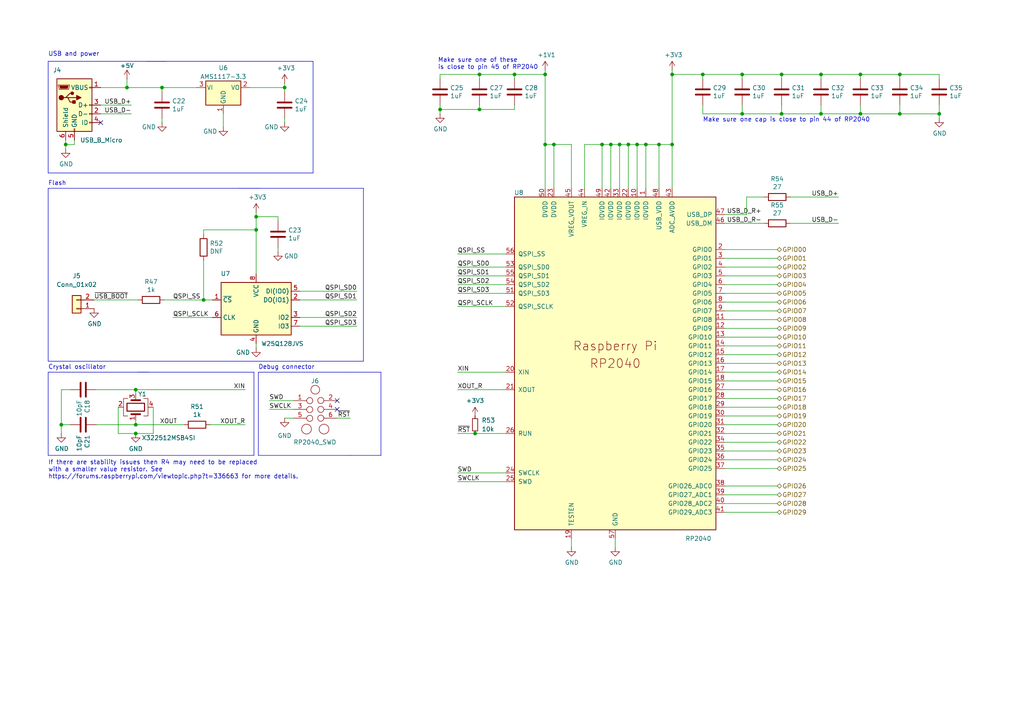
<source format=kicad_sch>
(kicad_sch (version 20231120) (generator "eeschema") (generator_version "8.0")
  (paper "A4")
  (lib_symbols
    (symbol "Connector:USB_B_Micro" (pin_names (offset 1.016))
      (property "Reference" "J" (at -5.08 11.43 0))
      (property "Value" "USB_B_Micro" (at -5.08 8.89 0))
      (symbol "USB_B_Micro_0_1"
        (rectangle (start -5.08 -7.62) (end 5.08 7.62) (stroke (width 0.254)) (fill (type background)))
        (circle (center -3.81 2.159) (radius 0.635) (stroke (width 0.254)) (fill (type outline)))
        (circle (center -0.635 3.429) (radius 0.381) (stroke (width 0.254)) (fill (type outline)))
        (rectangle (start -0.127 -7.62) (end 0.127 -6.858))
        (polyline (pts (xy -1.905 2.159) (xy 0.635 2.159)) (stroke (width 0.254)))
        (polyline (pts (xy -3.175 2.159) (xy -2.54 2.159) (xy -1.27 3.429) (xy -0.635 3.429)) (stroke (width 0.254)))
        (polyline (pts (xy -2.54 2.159) (xy -1.905 2.159) (xy -1.27 0.889) (xy 0 0.889)) (stroke (width 0.254)))
        (polyline (pts (xy 0.635 2.794) (xy 0.635 1.524) (xy 1.905 2.159) (xy 0.635 2.794)) (stroke (width 0.254)) (fill (type outline)))
        (polyline (pts (xy -4.318 5.588) (xy -1.778 5.588) (xy -2.032 4.826) (xy -4.064 4.826) (xy -4.318 5.588)) (fill (type outline)))
        (polyline (pts (xy -4.699 5.842) (xy -4.699 5.588) (xy -4.445 4.826) (xy -4.445 4.572) (xy -1.651 4.572) (xy -1.651 4.826) (xy -1.397 5.588) (xy -1.397 5.842) (xy -4.699 5.842)))
        (rectangle (start 0.254 1.27) (end -0.508 0.508) (stroke (width 0.254)) (fill (type outline)))
        (rectangle (start 5.08 -5.207) (end 4.318 -4.953))
        (rectangle (start 5.08 -2.667) (end 4.318 -2.413))
        (rectangle (start 5.08 -0.127) (end 4.318 0.127))
        (rectangle (start 5.08 4.953) (end 4.318 5.207))
      )
      (symbol "USB_B_Micro_1_1"
        (pin power_out line (at 7.62 5.08 180) (length 2.54) (name "VBUS") (number "1"))
        (pin bidirectional line (at 7.62 -2.54 180) (length 2.54) (name "D-") (number "2"))
        (pin bidirectional line (at 7.62 0 180) (length 2.54) (name "D+") (number "3"))
        (pin passive line (at 7.62 -5.08 180) (length 2.54) (name "ID") (number "4"))
        (pin power_out line (at 0 -10.16 90) (length 2.54) (name "GND") (number "5"))
        (pin passive line (at -2.54 -10.16 90) (length 2.54) (name "Shield") (number "6"))
      )
    )
    (symbol "Connector_Generic:Conn_01x02" (pin_names (offset 1.016) hide)
      (property "Reference" "J" (at 0 2.54 0))
      (property "Value" "Conn_01x02" (at 0 -5.08 0))
      (symbol "Conn_01x02_1_1"
        (rectangle (start -1.27 -2.413) (end 0 -2.667) (stroke (width 0.1524)))
        (rectangle (start -1.27 0.127) (end 0 -0.127) (stroke (width 0.1524)))
        (rectangle (start -1.27 1.27) (end 1.27 -3.81) (stroke (width 0.254)) (fill (type background)))
        (pin passive line (at -5.08 0 0) (length 3.81) (name "Pin_1") (number "1"))
        (pin passive line (at -5.08 -2.54 0) (length 3.81) (name "Pin_2") (number "2"))
      )
    )
    (symbol "Custom_Symbols:RP2040" (pin_names (offset 1.016))
      (property "Reference" "U" (at -29.21 49.53 0))
      (property "Value" "RP2040" (at 24.13 -49.53 0))
      (symbol "RP2040_0_0"
        (text "Raspberry Pi" (at 0 5.08 0) (effects (font (size 2.54 2.54))))
        (text "RP2040" (at 0 0 0) (effects (font (size 2.54 2.54))))
      )
      (symbol "RP2040_0_1"
        (rectangle (start 29.21 48.26) (end -29.21 -48.26) (stroke (width 0.254)) (fill (type background)))
      )
      (symbol "RP2040_1_1"
        (pin power_in line (at 8.89 50.8 270) (length 2.54) (name "IOVDD") (number "1"))
        (pin power_in line (at 6.35 50.8 270) (length 2.54) (name "IOVDD") (number "10"))
        (pin bidirectional line (at 31.75 12.7 180) (length 2.54) (name "GPIO8") (number "11"))
        (pin bidirectional line (at 31.75 10.16 180) (length 2.54) (name "GPIO9") (number "12"))
        (pin bidirectional line (at 31.75 7.62 180) (length 2.54) (name "GPIO10") (number "13"))
        (pin bidirectional line (at 31.75 5.08 180) (length 2.54) (name "GPIO11") (number "14"))
        (pin bidirectional line (at 31.75 2.54 180) (length 2.54) (name "GPIO12") (number "15"))
        (pin bidirectional line (at 31.75 0 180) (length 2.54) (name "GPIO13") (number "16"))
        (pin bidirectional line (at 31.75 -2.54 180) (length 2.54) (name "GPIO14") (number "17"))
        (pin bidirectional line (at 31.75 -5.08 180) (length 2.54) (name "GPIO15") (number "18"))
        (pin passive line (at -12.7 -50.8 90) (length 2.54) (name "TESTEN") (number "19"))
        (pin bidirectional line (at 31.75 33.02 180) (length 2.54) (name "GPIO0") (number "2"))
        (pin input line (at -31.75 -2.54 0) (length 2.54) (name "XIN") (number "20"))
        (pin passive line (at -31.75 -7.62 0) (length 2.54) (name "XOUT") (number "21"))
        (pin power_in line (at 3.81 50.8 270) (length 2.54) (name "IOVDD") (number "22"))
        (pin power_in line (at -17.78 50.8 270) (length 2.54) (name "DVDD") (number "23"))
        (pin output line (at -31.75 -31.75 0) (length 2.54) (name "SWCLK") (number "24"))
        (pin bidirectional line (at -31.75 -34.29 0) (length 2.54) (name "SWD") (number "25"))
        (pin input line (at -31.75 -20.32 0) (length 2.54) (name "RUN") (number "26"))
        (pin bidirectional line (at 31.75 -7.62 180) (length 2.54) (name "GPIO16") (number "27"))
        (pin bidirectional line (at 31.75 -10.16 180) (length 2.54) (name "GPIO17") (number "28"))
        (pin bidirectional line (at 31.75 -12.7 180) (length 2.54) (name "GPIO18") (number "29"))
        (pin bidirectional line (at 31.75 30.48 180) (length 2.54) (name "GPIO1") (number "3"))
        (pin bidirectional line (at 31.75 -15.24 180) (length 2.54) (name "GPIO19") (number "30"))
        (pin bidirectional line (at 31.75 -17.78 180) (length 2.54) (name "GPIO20") (number "31"))
        (pin bidirectional line (at 31.75 -20.32 180) (length 2.54) (name "GPIO21") (number "32"))
        (pin power_in line (at 1.27 50.8 270) (length 2.54) (name "IOVDD") (number "33"))
        (pin bidirectional line (at 31.75 -22.86 180) (length 2.54) (name "GPIO22") (number "34"))
        (pin bidirectional line (at 31.75 -25.4 180) (length 2.54) (name "GPIO23") (number "35"))
        (pin bidirectional line (at 31.75 -27.94 180) (length 2.54) (name "GPIO24") (number "36"))
        (pin bidirectional line (at 31.75 -30.48 180) (length 2.54) (name "GPIO25") (number "37"))
        (pin bidirectional line (at 31.75 -35.56 180) (length 2.54) (name "GPIO26_ADC0") (number "38"))
        (pin bidirectional line (at 31.75 -38.1 180) (length 2.54) (name "GPIO27_ADC1") (number "39"))
        (pin bidirectional line (at 31.75 27.94 180) (length 2.54) (name "GPIO2") (number "4"))
        (pin bidirectional line (at 31.75 -40.64 180) (length 2.54) (name "GPIO28_ADC2") (number "40"))
        (pin bidirectional line (at 31.75 -43.18 180) (length 2.54) (name "GPIO29_ADC3") (number "41"))
        (pin power_in line (at -1.27 50.8 270) (length 2.54) (name "IOVDD") (number "42"))
        (pin power_in line (at 16.51 50.8 270) (length 2.54) (name "ADC_AVDD") (number "43"))
        (pin power_in line (at -8.89 50.8 270) (length 2.54) (name "VREG_IN") (number "44"))
        (pin power_out line (at -12.7 50.8 270) (length 2.54) (name "VREG_VOUT") (number "45"))
        (pin bidirectional line (at 31.75 40.64 180) (length 2.54) (name "USB_DM") (number "46"))
        (pin bidirectional line (at 31.75 43.18 180) (length 2.54) (name "USB_DP") (number "47"))
        (pin power_in line (at 12.7 50.8 270) (length 2.54) (name "USB_VDD") (number "48"))
        (pin power_in line (at -3.81 50.8 270) (length 2.54) (name "IOVDD") (number "49"))
        (pin bidirectional line (at 31.75 25.4 180) (length 2.54) (name "GPIO3") (number "5"))
        (pin power_in line (at -20.32 50.8 270) (length 2.54) (name "DVDD") (number "50"))
        (pin bidirectional line (at -31.75 20.32 0) (length 2.54) (name "QSPI_SD3") (number "51"))
        (pin output line (at -31.75 16.51 0) (length 2.54) (name "QSPI_SCLK") (number "52"))
        (pin bidirectional line (at -31.75 27.94 0) (length 2.54) (name "QSPI_SD0") (number "53"))
        (pin bidirectional line (at -31.75 22.86 0) (length 2.54) (name "QSPI_SD2") (number "54"))
        (pin bidirectional line (at -31.75 25.4 0) (length 2.54) (name "QSPI_SD1") (number "55"))
        (pin bidirectional line (at -31.75 31.75 0) (length 2.54) (name "QSPI_SS") (number "56"))
        (pin power_in line (at 0 -50.8 90) (length 2.54) (name "GND") (number "57"))
        (pin bidirectional line (at 31.75 22.86 180) (length 2.54) (name "GPIO4") (number "6"))
        (pin bidirectional line (at 31.75 20.32 180) (length 2.54) (name "GPIO5") (number "7"))
        (pin bidirectional line (at 31.75 17.78 180) (length 2.54) (name "GPIO6") (number "8"))
        (pin bidirectional line (at 31.75 15.24 180) (length 2.54) (name "GPIO7") (number "9"))
      )
    )
    (symbol "Custom_Symbols:TC2030-IDC-NL" (pin_names (offset 1.016) hide)
      (property "Reference" "J" (at 0 -8.89 0))
      (property "Value" "TC2030-IDC-NL" (at 0.635 -11.43 0))
      (symbol "TC2030-IDC-NL_0_1"
        (circle (center -2.54 -5.715) (radius 1.4224))
        (circle (center -1.6002 2.54) (radius 0.889))
        (circle (center 0 5.715) (radius 1.27))
      )
      (symbol "TC2030-IDC-NL_1_1"
        (circle (center -1.6002 -2.5908) (radius 0.889))
        (circle (center -1.6002 -0.0508) (radius 0.889))
        (circle (center 1.6002 -2.54) (radius 0.889))
        (circle (center 1.6002 0) (radius 0.889))
        (circle (center 1.6002 2.5908) (radius 0.889))
        (circle (center 2.54 -5.715) (radius 1.4224))
        (pin passive line (at -6.35 2.54 0) (length 3.81) (name "Pin_1") (number "1"))
        (pin passive line (at 6.35 2.54 180) (length 3.81) (name "Pin_2") (number "2"))
        (pin passive line (at -6.35 0 0) (length 3.81) (name "Pin_3") (number "3"))
        (pin passive line (at 6.35 0 180) (length 3.81) (name "Pin_4") (number "4"))
        (pin passive line (at -6.35 -2.54 0) (length 3.81) (name "Pin_5") (number "5"))
        (pin passive line (at 6.35 -2.54 180) (length 3.81) (name "Pin_6") (number "6"))
      )
    )
    (symbol "Device:C" (pin_numbers hide) (pin_names (offset 0.254))
      (property "Reference" "C" (at 0.635 2.54 0))
      (property "Value" "C" (at 0.635 -2.54 0))
      (symbol "C_0_1"
        (polyline (pts (xy -2.032 -0.762) (xy 2.032 -0.762)) (stroke (width 0.508)))
        (polyline (pts (xy -2.032 0.762) (xy 2.032 0.762)) (stroke (width 0.508)))
      )
      (symbol "C_1_1"
        (pin passive line (at 0 3.81 270) (length 2.794) (name "~") (number "1"))
        (pin passive line (at 0 -3.81 90) (length 2.794) (name "~") (number "2"))
      )
    )
    (symbol "Device:Crystal_GND24" (pin_names (offset 1.016) hide)
      (property "Reference" "Y" (at 3.175 5.08 0))
      (property "Value" "Crystal_GND24" (at 3.175 3.175 0))
      (symbol "Crystal_GND24_0_1"
        (rectangle (start -1.143 2.54) (end 1.143 -2.54) (stroke (width 0.3048)))
        (polyline (pts (xy -2.54 0) (xy -2.032 0)))
        (polyline (pts (xy -2.032 -1.27) (xy -2.032 1.27)) (stroke (width 0.508)))
        (polyline (pts (xy 0 -3.81) (xy 0 -3.556)))
        (polyline (pts (xy 0 3.556) (xy 0 3.81)))
        (polyline (pts (xy 2.032 -1.27) (xy 2.032 1.27)) (stroke (width 0.508)))
        (polyline (pts (xy 2.032 0) (xy 2.54 0)))
        (polyline (pts (xy -2.54 -2.286) (xy -2.54 -3.556) (xy 2.54 -3.556) (xy 2.54 -2.286)))
        (polyline (pts (xy -2.54 2.286) (xy -2.54 3.556) (xy 2.54 3.556) (xy 2.54 2.286)))
      )
      (symbol "Crystal_GND24_1_1"
        (pin passive line (at -3.81 0 0) (length 1.27) (name "1") (number "1"))
        (pin passive line (at 0 5.08 270) (length 1.27) (name "2") (number "2"))
        (pin passive line (at 3.81 0 180) (length 1.27) (name "3") (number "3"))
        (pin passive line (at 0 -5.08 90) (length 1.27) (name "4") (number "4"))
      )
    )
    (symbol "Device:R" (pin_numbers hide) (pin_names (offset 0))
      (property "Reference" "R" (at 2.032 0 90))
      (property "Value" "R" (at 0 0 90))
      (symbol "R_0_1"
        (rectangle (start -1.016 -2.54) (end 1.016 2.54) (stroke (width 0.254)))
      )
      (symbol "R_1_1"
        (pin passive line (at 0 3.81 270) (length 1.27) (name "~") (number "1"))
        (pin passive line (at 0 -3.81 90) (length 1.27) (name "~") (number "2"))
      )
    )
    (symbol "Device:R_Small" (pin_numbers hide) (pin_names (offset 0.254) hide)
      (property "Reference" "R" (at 0.762 0.508 0))
      (property "Value" "R_Small" (at 0.762 -1.016 0))
      (symbol "R_Small_0_1"
        (rectangle (start -0.762 1.778) (end 0.762 -1.778) (stroke (width 0.2032)))
      )
      (symbol "R_Small_1_1"
        (pin passive line (at 0 2.54 270) (length 0.762) (name "~") (number "1"))
        (pin passive line (at 0 -2.54 90) (length 0.762) (name "~") (number "2"))
      )
    )
    (symbol "Memory_Flash:W25Q128JVS"
      (property "Reference" "U" (at -8.89 8.89 0))
      (property "Value" "W25Q128JVS" (at 7.62 8.89 0))
      (symbol "W25Q128JVS_0_1"
        (rectangle (start -10.16 7.62) (end 10.16 -7.62) (stroke (width 0.254)) (fill (type background)))
      )
      (symbol "W25Q128JVS_1_1"
        (pin input line (at -12.7 2.54 0) (length 2.54) (name "~{CS}") (number "1"))
        (pin bidirectional line (at 12.7 2.54 180) (length 2.54) (name "DO(IO1)") (number "2"))
        (pin bidirectional line (at 12.7 -2.54 180) (length 2.54) (name "IO2") (number "3"))
        (pin power_in line (at 0 -10.16 90) (length 2.54) (name "GND") (number "4"))
        (pin bidirectional line (at 12.7 5.08 180) (length 2.54) (name "DI(IO0)") (number "5"))
        (pin input line (at -12.7 -2.54 0) (length 2.54) (name "CLK") (number "6"))
        (pin bidirectional line (at 12.7 -5.08 180) (length 2.54) (name "IO3") (number "7"))
        (pin power_in line (at 0 10.16 270) (length 2.54) (name "VCC") (number "8"))
      )
    )
    (symbol "Regulator_Linear:AMS1117-3.3" (pin_names (offset 0.254))
      (property "Reference" "U" (at -3.81 3.175 0))
      (property "Value" "AMS1117-3.3" (at 0 3.175 0))
      (symbol "AMS1117-3.3_0_1"
        (rectangle (start -5.08 -5.08) (end 5.08 1.905) (stroke (width 0.254)) (fill (type background)))
      )
      (symbol "AMS1117-3.3_1_1"
        (pin power_in line (at 0 -7.62 90) (length 2.54) (name "GND") (number "1"))
        (pin power_out line (at 7.62 0 180) (length 2.54) (name "VO") (number "2"))
        (pin power_in line (at -7.62 0 0) (length 2.54) (name "VI") (number "3"))
      )
    )
    (symbol "power:+1V1" (power) (pin_names (offset 0))
      (property "Value" "+1V1" (at 0 3.556 0))
      (symbol "+1V1_0_1"
        (polyline (pts (xy -0.762 1.27) (xy 0 2.54)))
        (polyline (pts (xy 0 0) (xy 0 2.54)))
        (polyline (pts (xy 0 2.54) (xy 0.762 1.27)))
      )
      (symbol "+1V1_1_1"
        (pin power_in line (at 0 0 90) (length 0) hide (name "+1V1") (number "1"))
      )
    )
    (symbol "power:+3V3" (power) (pin_numbers hide) (pin_names (offset 0) hide)
      (property "Value" "+3V3" (at 0 3.556 0))
      (symbol "+3V3_0_1"
        (polyline (pts (xy -0.762 1.27) (xy 0 2.54)))
        (polyline (pts (xy 0 0) (xy 0 2.54)))
        (polyline (pts (xy 0 2.54) (xy 0.762 1.27)))
      )
      (symbol "+3V3_1_1"
        (pin power_in line (at 0 0 90) (length 0) (name "~") (number "1"))
      )
    )
    (symbol "power:+5V" (power) (pin_numbers hide) (pin_names (offset 0) hide)
      (property "Value" "+5V" (at 0 3.556 0))
      (symbol "+5V_0_1"
        (polyline (pts (xy -0.762 1.27) (xy 0 2.54)))
        (polyline (pts (xy 0 0) (xy 0 2.54)))
        (polyline (pts (xy 0 2.54) (xy 0.762 1.27)))
      )
      (symbol "+5V_1_1"
        (pin power_in line (at 0 0 90) (length 0) (name "~") (number "1"))
      )
    )
    (symbol "power:GND" (power) (pin_numbers hide) (pin_names (offset 0) hide)
      (property "Value" "GND" (at 0 -3.81 0))
      (symbol "GND_0_1"
        (polyline (pts (xy 0 0) (xy 0 -1.27) (xy 1.27 -1.27) (xy 0 -2.54) (xy -1.27 -1.27) (xy 0 -1.27)))
      )
      (symbol "GND_1_1"
        (pin power_in line (at 0 0 270) (length 0) (name "~") (number "1"))
      )
    )
  )
  (junction (at 260.985 33.02))
  (junction (at 179.705 41.91))
  (junction (at 226.695 33.02))
  (junction (at 226.695 21.59))
  (junction (at 39.37 125.73))
  (junction (at 177.165 41.91))
  (junction (at 238.125 21.59))
  (junction (at 260.985 21.59))
  (junction (at 249.555 21.59))
  (junction (at 191.135 41.91))
  (junction (at 36.83 25.4))
  (junction (at 127.635 31.75))
  (junction (at 39.37 123.19))
  (junction (at 238.125 33.02))
  (junction (at 39.37 113.03))
  (junction (at 82.55 25.4))
  (junction (at 174.625 41.91))
  (junction (at 215.265 21.59))
  (junction (at 249.555 33.02))
  (junction (at 139.065 31.75))
  (junction (at 74.295 62.865))
  (junction (at 187.325 41.91))
  (junction (at 139.065 21.59))
  (junction (at 158.115 21.59))
  (junction (at 203.835 21.59))
  (junction (at 46.99 25.4))
  (junction (at 137.795 125.73))
  (junction (at 184.785 41.91))
  (junction (at 215.265 33.02))
  (junction (at 19.05 41.91))
  (junction (at 149.225 21.59))
  (junction (at 17.78 123.19))
  (junction (at 59.055 86.995))
  (junction (at 272.415 33.02))
  (junction (at 194.945 21.59))
  (junction (at 160.655 41.91))
  (junction (at 194.945 41.91))
  (junction (at 158.115 41.91))
  (junction (at 74.295 66.675))
  (junction (at 182.245 41.91))
  (no_connect (at 29.21 35.56))
  (no_connect (at 97.79 118.745))
  (no_connect (at 97.79 116.205))
  (wire (pts (xy 74.295 99.695) (xy 74.295 100.965)))
  (wire (pts (xy 29.21 30.48) (xy 38.1 30.48)))
  (polyline (pts (xy 13.97 132.08) (xy 73.66 132.08)))
  (wire (pts (xy 210.185 107.95) (xy 225.425 107.95)))
  (wire (pts (xy 210.185 62.23) (xy 216.535 62.23)))
  (polyline (pts (xy 13.97 107.95) (xy 13.97 132.08)))
  (wire (pts (xy 146.685 88.9) (xy 132.715 88.9)))
  (wire (pts (xy 169.545 54.61) (xy 169.545 41.91)))
  (wire (pts (xy 210.185 105.41) (xy 225.425 105.41)))
  (wire (pts (xy 86.995 86.995) (xy 103.505 86.995)))
  (wire (pts (xy 139.065 21.59) (xy 149.225 21.59)))
  (wire (pts (xy 210.185 133.35) (xy 225.425 133.35)))
  (wire (pts (xy 249.555 33.02) (xy 238.125 33.02)))
  (wire (pts (xy 165.735 54.61) (xy 165.735 41.91)))
  (wire (pts (xy 174.625 54.61) (xy 174.625 41.91)))
  (wire (pts (xy 215.265 30.48) (xy 215.265 33.02)))
  (wire (pts (xy 249.555 21.59) (xy 260.985 21.59)))
  (wire (pts (xy 82.55 34.29) (xy 82.55 35.56)))
  (wire (pts (xy 226.695 21.59) (xy 238.125 21.59)))
  (wire (pts (xy 27.94 113.03) (xy 39.37 113.03)))
  (wire (pts (xy 132.715 80.01) (xy 146.685 80.01)))
  (polyline (pts (xy 48.26 17.78) (xy 13.97 17.78)))
  (wire (pts (xy 149.225 31.75) (xy 149.225 30.48)))
  (wire (pts (xy 46.99 26.67) (xy 46.99 25.4)))
  (wire (pts (xy 260.985 33.02) (xy 249.555 33.02)))
  (wire (pts (xy 260.985 22.86) (xy 260.985 21.59)))
  (wire (pts (xy 137.795 125.73) (xy 146.685 125.73)))
  (wire (pts (xy 80.645 64.135) (xy 80.645 62.865)))
  (polyline (pts (xy 43.18 107.95) (xy 13.97 107.95)))
  (wire (pts (xy 17.78 123.19) (xy 17.78 125.73)))
  (wire (pts (xy 82.55 121.285) (xy 85.09 121.285)))
  (wire (pts (xy 210.185 92.71) (xy 225.425 92.71)))
  (wire (pts (xy 39.37 123.19) (xy 53.34 123.19)))
  (wire (pts (xy 210.185 113.03) (xy 225.425 113.03)))
  (polyline (pts (xy 90.805 50.165) (xy 90.805 17.78)))
  (wire (pts (xy 146.685 73.66) (xy 132.715 73.66)))
  (polyline (pts (xy 74.93 107.95) (xy 101.6 107.95)))
  (wire (pts (xy 210.185 125.73) (xy 225.425 125.73)))
  (wire (pts (xy 177.165 54.61) (xy 177.165 41.91)))
  (wire (pts (xy 132.715 82.55) (xy 146.685 82.55)))
  (wire (pts (xy 215.265 22.86) (xy 215.265 21.59)))
  (wire (pts (xy 21.59 40.64) (xy 21.59 41.91)))
  (wire (pts (xy 216.535 57.15) (xy 216.535 62.23)))
  (wire (pts (xy 158.115 21.59) (xy 158.115 41.91)))
  (wire (pts (xy 139.065 22.86) (xy 139.065 21.59)))
  (wire (pts (xy 20.32 113.03) (xy 17.78 113.03)))
  (wire (pts (xy 165.735 156.21) (xy 165.735 158.75)))
  (wire (pts (xy 272.415 30.48) (xy 272.415 33.02)))
  (wire (pts (xy 249.555 22.86) (xy 249.555 21.59)))
  (wire (pts (xy 44.45 125.73) (xy 39.37 125.73)))
  (wire (pts (xy 59.055 75.565) (xy 59.055 86.995)))
  (wire (pts (xy 238.125 33.02) (xy 226.695 33.02)))
  (wire (pts (xy 165.735 41.91) (xy 160.655 41.91)))
  (wire (pts (xy 158.115 41.91) (xy 158.115 54.61)))
  (wire (pts (xy 19.05 41.91) (xy 19.05 43.18)))
  (wire (pts (xy 210.185 102.87) (xy 225.425 102.87)))
  (wire (pts (xy 177.165 41.91) (xy 179.705 41.91)))
  (wire (pts (xy 86.995 94.615) (xy 103.505 94.615)))
  (wire (pts (xy 238.125 30.48) (xy 238.125 33.02)))
  (wire (pts (xy 210.185 95.25) (xy 225.425 95.25)))
  (wire (pts (xy 19.05 40.64) (xy 19.05 41.91)))
  (wire (pts (xy 146.685 113.03) (xy 132.715 113.03)))
  (wire (pts (xy 29.21 25.4) (xy 36.83 25.4)))
  (wire (pts (xy 194.945 41.91) (xy 194.945 54.61)))
  (wire (pts (xy 59.055 86.995) (xy 61.595 86.995)))
  (wire (pts (xy 127.635 22.86) (xy 127.635 21.59)))
  (wire (pts (xy 210.185 85.09) (xy 225.425 85.09)))
  (wire (pts (xy 97.79 121.285) (xy 101.6 121.285)))
  (polyline (pts (xy 75.565 54.61) (xy 13.97 54.61)))
  (wire (pts (xy 226.695 30.48) (xy 226.695 33.02)))
  (wire (pts (xy 44.45 118.11) (xy 44.45 125.73)))
  (wire (pts (xy 191.135 41.91) (xy 194.945 41.91)))
  (wire (pts (xy 47.625 86.995) (xy 59.055 86.995)))
  (wire (pts (xy 194.945 21.59) (xy 194.945 41.91)))
  (wire (pts (xy 29.21 33.02) (xy 38.1 33.02)))
  (wire (pts (xy 17.78 113.03) (xy 17.78 123.19)))
  (wire (pts (xy 210.185 64.77) (xy 221.615 64.77)))
  (wire (pts (xy 139.065 31.75) (xy 149.225 31.75)))
  (wire (pts (xy 169.545 41.91) (xy 174.625 41.91)))
  (wire (pts (xy 182.245 41.91) (xy 184.785 41.91)))
  (wire (pts (xy 132.715 139.7) (xy 146.685 139.7)))
  (wire (pts (xy 132.715 107.95) (xy 146.685 107.95)))
  (wire (pts (xy 210.185 146.05) (xy 225.425 146.05)))
  (wire (pts (xy 215.265 21.59) (xy 226.695 21.59)))
  (wire (pts (xy 59.055 66.675) (xy 74.295 66.675)))
  (wire (pts (xy 178.435 156.21) (xy 178.435 158.75)))
  (wire (pts (xy 40.005 86.995) (xy 27.305 86.995)))
  (wire (pts (xy 187.325 41.91) (xy 191.135 41.91)))
  (wire (pts (xy 27.94 123.19) (xy 39.37 123.19)))
  (wire (pts (xy 260.985 33.02) (xy 272.415 33.02)))
  (wire (pts (xy 78.105 118.745) (xy 85.09 118.745)))
  (wire (pts (xy 184.785 41.91) (xy 187.325 41.91)))
  (polyline (pts (xy 105.41 104.775) (xy 105.41 54.61)))
  (wire (pts (xy 260.985 21.59) (xy 272.415 21.59)))
  (wire (pts (xy 210.185 100.33) (xy 225.425 100.33)))
  (wire (pts (xy 184.785 54.61) (xy 184.785 41.91)))
  (wire (pts (xy 127.635 31.75) (xy 139.065 31.75)))
  (wire (pts (xy 36.83 25.4) (xy 46.99 25.4)))
  (wire (pts (xy 249.555 30.48) (xy 249.555 33.02)))
  (wire (pts (xy 158.115 20.32) (xy 158.115 21.59)))
  (polyline (pts (xy 74.93 107.95) (xy 74.93 132.08)))
  (polyline (pts (xy 73.66 132.08) (xy 73.66 107.95)))
  (wire (pts (xy 210.185 87.63) (xy 225.425 87.63)))
  (wire (pts (xy 210.185 115.57) (xy 225.425 115.57)))
  (wire (pts (xy 210.185 148.59) (xy 225.425 148.59)))
  (polyline (pts (xy 42.545 17.78) (xy 90.805 17.78)))
  (wire (pts (xy 86.995 92.075) (xy 103.505 92.075)))
  (wire (pts (xy 72.39 25.4) (xy 82.55 25.4)))
  (wire (pts (xy 34.29 125.73) (xy 39.37 125.73)))
  (wire (pts (xy 82.55 25.4) (xy 82.55 24.13)))
  (polyline (pts (xy 13.97 50.165) (xy 90.805 50.165)))
  (wire (pts (xy 78.105 116.205) (xy 85.09 116.205)))
  (wire (pts (xy 210.185 128.27) (xy 225.425 128.27)))
  (wire (pts (xy 203.835 22.86) (xy 203.835 21.59)))
  (wire (pts (xy 210.185 77.47) (xy 225.425 77.47)))
  (wire (pts (xy 74.295 61.595) (xy 74.295 62.865)))
  (wire (pts (xy 34.29 118.11) (xy 34.29 125.73)))
  (wire (pts (xy 59.055 67.945) (xy 59.055 66.675)))
  (polyline (pts (xy 13.97 17.78) (xy 13.97 50.165)))
  (wire (pts (xy 132.715 125.73) (xy 137.795 125.73)))
  (polyline (pts (xy 101.6 107.95) (xy 110.49 107.95)))
  (wire (pts (xy 203.835 30.48) (xy 203.835 33.02)))
  (wire (pts (xy 39.37 113.03) (xy 71.12 113.03)))
  (wire (pts (xy 86.995 84.455) (xy 103.505 84.455)))
  (wire (pts (xy 39.37 121.92) (xy 39.37 123.19)))
  (wire (pts (xy 210.185 143.51) (xy 225.425 143.51)))
  (wire (pts (xy 210.185 74.93) (xy 225.425 74.93)))
  (wire (pts (xy 272.415 22.86) (xy 272.415 21.59)))
  (wire (pts (xy 210.185 82.55) (xy 225.425 82.55)))
  (wire (pts (xy 127.635 21.59) (xy 139.065 21.59)))
  (wire (pts (xy 210.185 140.97) (xy 225.425 140.97)))
  (wire (pts (xy 80.645 71.755) (xy 80.645 73.025)))
  (wire (pts (xy 216.535 57.15) (xy 221.615 57.15)))
  (wire (pts (xy 210.185 123.19) (xy 225.425 123.19)))
  (wire (pts (xy 226.695 33.02) (xy 215.265 33.02)))
  (wire (pts (xy 179.705 41.91) (xy 182.245 41.91)))
  (wire (pts (xy 210.185 97.79) (xy 225.425 97.79)))
  (wire (pts (xy 160.655 41.91) (xy 158.115 41.91)))
  (polyline (pts (xy 13.97 54.61) (xy 13.97 104.775)))
  (wire (pts (xy 229.235 64.77) (xy 243.205 64.77)))
  (wire (pts (xy 39.37 114.3) (xy 39.37 113.03)))
  (wire (pts (xy 132.715 77.47) (xy 146.685 77.47)))
  (polyline (pts (xy 110.49 132.08) (xy 101.6 132.08)))
  (wire (pts (xy 226.695 22.86) (xy 226.695 21.59)))
  (wire (pts (xy 210.185 90.17) (xy 225.425 90.17)))
  (polyline (pts (xy 110.49 107.95) (xy 110.49 132.08)))
  (wire (pts (xy 174.625 41.91) (xy 177.165 41.91)))
  (wire (pts (xy 132.715 137.16) (xy 146.685 137.16)))
  (wire (pts (xy 19.05 41.91) (xy 21.59 41.91)))
  (wire (pts (xy 82.55 26.67) (xy 82.55 25.4)))
  (wire (pts (xy 203.835 21.59) (xy 215.265 21.59)))
  (wire (pts (xy 210.185 118.11) (xy 225.425 118.11)))
  (wire (pts (xy 160.655 54.61) (xy 160.655 41.91)))
  (wire (pts (xy 229.235 57.15) (xy 243.205 57.15)))
  (wire (pts (xy 127.635 30.48) (xy 127.635 31.75)))
  (wire (pts (xy 210.185 120.65) (xy 225.425 120.65)))
  (wire (pts (xy 187.325 41.91) (xy 187.325 54.61)))
  (polyline (pts (xy 74.93 132.08) (xy 101.6 132.08)))
  (wire (pts (xy 20.32 123.19) (xy 17.78 123.19)))
  (wire (pts (xy 139.065 31.75) (xy 139.065 30.48)))
  (wire (pts (xy 36.83 22.86) (xy 36.83 25.4)))
  (wire (pts (xy 194.945 20.32) (xy 194.945 21.59)))
  (wire (pts (xy 74.295 62.865) (xy 74.295 66.675)))
  (polyline (pts (xy 40.005 107.95) (xy 73.66 107.95)))
  (wire (pts (xy 215.265 33.02) (xy 203.835 33.02)))
  (wire (pts (xy 64.77 33.02) (xy 64.77 36.83)))
  (wire (pts (xy 194.945 21.59) (xy 203.835 21.59)))
  (wire (pts (xy 74.295 66.675) (xy 74.295 79.375)))
  (wire (pts (xy 182.245 54.61) (xy 182.245 41.91)))
  (wire (pts (xy 80.645 62.865) (xy 74.295 62.865)))
  (wire (pts (xy 238.125 21.59) (xy 249.555 21.59)))
  (wire (pts (xy 50.165 92.075) (xy 61.595 92.075)))
  (polyline (pts (xy 69.215 54.61) (xy 105.41 54.61)))
  (wire (pts (xy 127.635 31.75) (xy 127.635 33.02)))
  (wire (pts (xy 210.185 135.89) (xy 225.425 135.89)))
  (wire (pts (xy 60.96 123.19) (xy 71.12 123.19)))
  (wire (pts (xy 272.415 33.02) (xy 272.415 34.29)))
  (wire (pts (xy 260.985 30.48) (xy 260.985 33.02)))
  (wire (pts (xy 210.185 80.01) (xy 225.425 80.01)))
  (wire (pts (xy 238.125 22.86) (xy 238.125 21.59)))
  (wire (pts (xy 46.99 34.29) (xy 46.99 35.56)))
  (wire (pts (xy 57.15 25.4) (xy 46.99 25.4)))
  (wire (pts (xy 149.225 21.59) (xy 149.225 22.86)))
  (wire (pts (xy 210.185 130.81) (xy 225.425 130.81)))
  (polyline (pts (xy 13.97 104.775) (xy 105.41 104.775)))
  (wire (pts (xy 132.715 85.09) (xy 146.685 85.09)))
  (wire (pts (xy 210.185 72.39) (xy 225.425 72.39)))
  (wire (pts (xy 179.705 54.61) (xy 179.705 41.91)))
  (wire (pts (xy 191.135 54.61) (xy 191.135 41.91)))
  (wire (pts (xy 149.225 21.59) (xy 158.115 21.59)))
  (wire (pts (xy 210.185 110.49) (xy 225.425 110.49)))
  (text "Make sure one cap is close to pin 44 of RP2040" (at 203.835 35.56 0) (effects (font (size 1.27 1.27)) (justify left bottom)))
  (text "Debug connector" (at 74.93 107.315 0) (effects (font (size 1.27 1.27)) (justify left bottom)))
  (text "If there are stability issues then R4 may need to be replaced\nwith a smaller value resistor. See \nhttps://forums.raspberrypi.com/viewtopic.php?t=336663 for more details." (at 13.97 139.065 0) (effects (font (size 1.27 1.27)) (justify left bottom)))
  (text "USB and power" (at 13.97 16.51 0) (effects (font (size 1.27 1.27)) (justify left bottom)))
  (text "Make sure one of these\nis close to pin 45 of RP2040" (at 127 20.32 0) (effects (font (size 1.27 1.27)) (justify left bottom)))
  (text "Crystal oscillator" (at 13.97 107.315 0) (effects (font (size 1.27 1.27)) (justify left bottom)))
  (text "Flash" (at 13.97 53.975 0) (effects (font (size 1.27 1.27)) (justify left bottom)))
  (label "USB_D-" (at 243.205 64.77 180))
  (label "QSPI_SD3" (at 132.715 85.09 0))
  (label "USB_D+" (at 38.1 30.48 180))
  (label "QSPI_SD0" (at 132.715 77.47 0))
  (label "USB_D_R+" (at 210.82 62.23 0))
  (label "~{RST}" (at 132.715 125.73 0))
  (label "~{USB_BOOT}" (at 27.305 86.995 0))
  (label "XOUT" (at 46.355 123.19 0))
  (label "QSPI_SD3" (at 103.505 94.615 180))
  (label "SWCLK" (at 78.105 118.745 0))
  (label "QSPI_SD2" (at 103.505 92.075 180))
  (label "QSPI_SD2" (at 132.715 82.55 0))
  (label "QSPI_SS" (at 132.715 73.66 0))
  (label "QSPI_SD1" (at 103.505 86.995 180))
  (label "QSPI_SD1" (at 132.715 80.01 0))
  (label "USB_D+" (at 243.205 57.15 180))
  (label "SWD" (at 132.715 137.16 0))
  (label "QSPI_SCLK" (at 132.715 88.9 0))
  (label "USB_D_R-" (at 210.82 64.77 0))
  (label "XOUT_R" (at 71.12 123.19 180))
  (label "~{RST}" (at 101.6 121.285 180))
  (label "QSPI_SS" (at 50.165 86.995 0))
  (label "XIN" (at 71.12 113.03 180))
  (label "USB_D-" (at 38.1 33.02 180))
  (label "QSPI_SCLK" (at 50.165 92.075 0))
  (label "SWD" (at 78.105 116.205 0))
  (label "XIN" (at 132.715 107.95 0))
  (label "SWCLK" (at 132.715 139.7 0))
  (label "XOUT_R" (at 132.715 113.03 0))
  (label "QSPI_SD0" (at 103.505 84.455 180))
  (hierarchical_label "GPIO12" (shape bidirectional) (at 225.425 102.87 0))
  (hierarchical_label "GPIO22" (shape bidirectional) (at 225.425 128.27 0))
  (hierarchical_label "GPIO10" (shape bidirectional) (at 225.425 97.79 0))
  (hierarchical_label "GPIO19" (shape bidirectional) (at 225.425 120.65 0))
  (hierarchical_label "GPIO18" (shape bidirectional) (at 225.425 118.11 0))
  (hierarchical_label "GPIO02" (shape bidirectional) (at 225.425 77.47 0))
  (hierarchical_label "GPIO24" (shape bidirectional) (at 225.425 133.35 0))
  (hierarchical_label "GPIO09" (shape bidirectional) (at 225.425 95.25 0))
  (hierarchical_label "GPIO28" (shape bidirectional) (at 225.425 146.05 0))
  (hierarchical_label "GPIO08" (shape bidirectional) (at 225.425 92.71 0))
  (hierarchical_label "GPIO06" (shape bidirectional) (at 225.425 87.63 0))
  (hierarchical_label "GPIO15" (shape bidirectional) (at 225.425 110.49 0))
  (hierarchical_label "GPIO26" (shape bidirectional) (at 225.425 140.97 0))
  (hierarchical_label "GPIO05" (shape bidirectional) (at 225.425 85.09 0))
  (hierarchical_label "GPIO17" (shape bidirectional) (at 225.425 115.57 0))
  (hierarchical_label "GPIO23" (shape bidirectional) (at 225.425 130.81 0))
  (hierarchical_label "GPIO27" (shape bidirectional) (at 225.425 143.51 0))
  (hierarchical_label "GPIO03" (shape bidirectional) (at 225.425 80.01 0))
  (hierarchical_label "GPIO14" (shape bidirectional) (at 225.425 107.95 0))
  (hierarchical_label "GPIO13" (shape bidirectional) (at 225.425 105.41 0))
  (hierarchical_label "GPIO04" (shape bidirectional) (at 225.425 82.55 0))
  (hierarchical_label "GPIO29" (shape bidirectional) (at 225.425 148.59 0))
  (hierarchical_label "GPIO00" (shape bidirectional) (at 225.425 72.39 0))
  (hierarchical_label "GPIO11" (shape bidirectional) (at 225.425 100.33 0))
  (hierarchical_label "GPIO25" (shape bidirectional) (at 225.425 135.89 0))
  (hierarchical_label "GPIO16" (shape bidirectional) (at 225.425 113.03 0))
  (hierarchical_label "GPIO20" (shape bidirectional) (at 225.425 123.19 0))
  (hierarchical_label "GPIO07" (shape bidirectional) (at 225.425 90.17 0))
  (hierarchical_label "GPIO21" (shape bidirectional) (at 225.425 125.73 0))
  (hierarchical_label "GPIO01" (shape bidirectional) (at 225.425 74.93 0))
  (symbol (lib_id "Device:C") (at 272.415 26.67 0) (unit 1)
    (property "Reference" "C35" (at 275.336 25.5016 0) (effects (justify left)))
    (property "Value" "1uF" (at 275.336 27.813 0) (effects (justify left)))
    (property "Footprint" "Custom_Footprints:Perfect_0402" (effects (hide yes)))
    (property "MPN - JLCPCB" "C52923" (effects (hide yes)))
  )
  (symbol (lib_id "Device:C") (at 80.645 67.945 0) (unit 1)
    (property "Reference" "C23" (at 83.566 66.7766 0) (effects (justify left)))
    (property "Value" "1uF" (at 83.566 69.088 0) (effects (justify left)))
    (property "Footprint" "Custom_Footprints:Perfect_0402" (effects (hide yes)))
    (property "MPN - JLCPCB" "C52923" (effects (hide yes)))
  )
  (symbol (lib_id "Device:C") (at 215.265 26.67 0) (unit 1)
    (property "Reference" "C30" (at 218.186 25.5016 0) (effects (justify left)))
    (property "Value" "1uF" (at 218.186 27.813 0) (effects (justify left)))
    (property "Footprint" "Custom_Footprints:Perfect_0402" (effects (hide yes)))
    (property "MPN - JLCPCB" "C52923" (effects (hide yes)))
  )
  (symbol (lib_id "Memory_Flash:W25Q128JVS") (at 74.295 89.535 0) (unit 1)
    (property "Reference" "U7" (at 65.405 79.375 0))
    (property "Value" "W25Q128JVS" (at 81.915 99.695 0))
    (property "Footprint" "Package_SO:SOIC-8_5.23x5.23mm_P1.27mm" (effects (hide yes)))
    (property "Datasheet" "http://www.winbond.com/resource-files/w25q128jv_dtr%20revc%2003272018%20plus.pdf" (effects (hide yes)))
    (property "MPN - JLCPCB" "C97521" (effects (hide yes)))
  )
  (symbol (lib_id "power:+3V3") (at 74.295 61.595 0) (unit 1)
    (property "Reference" "#PWR09" (effects (hide yes)))
    (property "Value" "+3V3" (at 74.676 57.2008 0))
    (property "Description" "Power symbol creates a global label with name \"+3V3\"" (effects (hide yes)))
  )
  (symbol (lib_id "Device:C") (at 82.55 30.48 0) (unit 1)
    (property "Reference" "C24" (at 85.471 29.3116 0) (effects (justify left)))
    (property "Value" "1uF" (at 85.471 31.623 0) (effects (justify left)))
    (property "Footprint" "Custom_Footprints:Perfect_0402" (effects (hide yes)))
    (property "MPN - JLCPCB" "C52923" (effects (hide yes)))
  )
  (symbol (lib_id "Connector:USB_B_Micro") (at 21.59 30.48 0) (unit 1)
    (property "Reference" "J4" (at 17.78 20.32 0) (effects (justify right)))
    (property "Value" "USB_B_Micro" (at 35.56 40.64 0) (effects (justify right)))
    (property "Footprint" "Custom_Footprints:USB_B_Mini_Amphenol_UE25BE5510H" (effects (hide yes)))
  )
  (symbol (lib_id "Device:R") (at 225.425 64.77 270) (unit 1)
    (property "Reference" "R55" (at 225.425 59.5122 90))
    (property "Value" "27" (at 225.425 61.8236 90))
    (property "Footprint" "Resistor_SMD:R_0603_1608Metric" (effects (hide yes)))
    (property "MPN - JLCPCB" "C25190" (effects (hide yes)))
  )
  (symbol (lib_id "Device:R") (at 43.815 86.995 270) (unit 1)
    (property "Reference" "R47" (at 43.815 81.7372 90))
    (property "Value" "1k" (at 43.815 84.0486 90))
    (property "Footprint" "Custom_Footprints:Perfect_0402" (effects (hide yes)))
    (property "MPN - JLCPCB" "C11702" (effects (hide yes)))
  )
  (symbol (lib_id "Device:R_Small") (at 137.795 123.19 0) (unit 1)
    (property "Reference" "R53" (at 139.7 121.9199 0) (effects (justify left)))
    (property "Value" "10k" (at 139.7 124.4599 0) (effects (justify left)))
    (property "Footprint" "Custom_Footprints:Perfect_0402" (effects (hide yes)))
    (property "MPN - JLCPCB" "C25744" (effects (hide yes)))
  )
  (symbol (lib_id "Device:C") (at 149.225 26.67 0) (unit 1)
    (property "Reference" "C28" (at 152.146 25.5016 0) (effects (justify left)))
    (property "Value" "1uF" (at 152.146 27.813 0) (effects (justify left)))
    (property "Footprint" "Custom_Footprints:Perfect_0402" (effects (hide yes)))
    (property "MPN - JLCPCB" "C52923" (effects (hide yes)))
  )
  (symbol (lib_id "Device:C") (at 226.695 26.67 0) (unit 1)
    (property "Reference" "C31" (at 229.616 25.5016 0) (effects (justify left)))
    (property "Value" "1uF" (at 229.616 27.813 0) (effects (justify left)))
    (property "Footprint" "Custom_Footprints:Perfect_0402" (effects (hide yes)))
    (property "MPN - JLCPCB" "C52923" (effects (hide yes)))
  )
  (symbol (lib_id "Device:C") (at 46.99 30.48 0) (unit 1)
    (property "Reference" "C22" (at 49.911 29.3116 0) (effects (justify left)))
    (property "Value" "1uF" (at 49.911 31.623 0) (effects (justify left)))
    (property "Footprint" "Custom_Footprints:Perfect_0402" (effects (hide yes)))
    (property "MPN - JLCPCB" "C52923" (effects (hide yes)))
  )
  (symbol (lib_id "Connector_Generic:Conn_01x02") (at 22.225 89.535 180) (unit 1)
    (property "Reference" "J5" (at 22.225 80.01 0))
    (property "Value" "Conn_01x02" (at 22.225 82.55 0))
    (property "Footprint" "Connector_PinHeader_2.54mm:PinHeader_1x02_P2.54mm_Vertical" (effects (hide yes)))
  )
  (symbol (lib_id "Device:C") (at 139.065 26.67 0) (unit 1)
    (property "Reference" "C27" (at 141.986 25.5016 0) (effects (justify left)))
    (property "Value" "1uF" (at 141.986 27.813 0) (effects (justify left)))
    (property "Footprint" "Custom_Footprints:Perfect_0402" (effects (hide yes)))
    (property "MPN - JLCPCB" "C52923" (effects (hide yes)))
  )
  (symbol (lib_id "Device:C") (at 24.13 123.19 270) (unit 1)
    (property "Reference" "C21" (at 25.2984 126.111 0) (effects (justify left)))
    (property "Value" "10pF" (at 22.987 126.111 0) (effects (justify left)))
    (property "Footprint" "Custom_Footprints:Perfect_0402" (effects (hide yes)))
    (property "MPN - JLCPCB" "C32949" (effects (hide yes)))
  )
  (symbol (lib_id "power:GND") (at 39.37 125.73 0) (unit 1)
    (property "Reference" "#PWR06" (effects (hide yes)))
    (property "Value" "GND" (at 39.37 130.175 0))
    (property "Description" "Power symbol creates a global label with name \"GND\" , ground" (effects (hide yes)))
  )
  (symbol (lib_id "power:+5V") (at 36.83 22.86 0) (unit 1)
    (property "Reference" "#PWR05" (effects (hide yes)))
    (property "Value" "+5V" (at 36.83 19.05 0))
    (property "Description" "Power symbol creates a global label with name \"+5V\"" (effects (hide yes)))
  )
  (symbol (lib_id "power:GND") (at 17.78 125.73 0) (unit 1)
    (property "Reference" "#PWR01" (effects (hide yes)))
    (property "Value" "GND" (at 17.907 130.1242 0))
    (property "Description" "Power symbol creates a global label with name \"GND\" , ground" (effects (hide yes)))
  )
  (symbol (lib_id "power:GND") (at 82.55 121.285 0) (unit 1)
    (property "Reference" "#PWR014" (effects (hide yes)))
    (property "Value" "GND" (at 82.55 126.365 0))
    (property "Description" "Power symbol creates a global label with name \"GND\" , ground" (effects (hide yes)))
  )
  (symbol (lib_id "power:GND") (at 165.735 158.75 0) (unit 1)
    (property "Reference" "#PWR018" (effects (hide yes)))
    (property "Value" "GND" (at 165.862 163.1442 0))
    (property "Description" "Power symbol creates a global label with name \"GND\" , ground" (effects (hide yes)))
  )
  (symbol (lib_id "power:GND") (at 74.295 100.965 0) (unit 1)
    (property "Reference" "#PWR010" (effects (hide yes)))
    (property "Value" "GND" (at 70.485 102.235 0))
    (property "Description" "Power symbol creates a global label with name \"GND\" , ground" (effects (hide yes)))
  )
  (symbol (lib_id "power:+3V3") (at 82.55 24.13 0) (unit 1)
    (property "Reference" "#PWR012" (effects (hide yes)))
    (property "Value" "+3V3" (at 82.931 19.7358 0))
    (property "Description" "Power symbol creates a global label with name \"+3V3\"" (effects (hide yes)))
  )
  (symbol (lib_id "power:GND") (at 178.435 158.75 0) (unit 1)
    (property "Reference" "#PWR019" (effects (hide yes)))
    (property "Value" "GND" (at 178.562 163.1442 0))
    (property "Description" "Power symbol creates a global label with name \"GND\" , ground" (effects (hide yes)))
  )
  (symbol (lib_id "power:GND") (at 27.305 89.535 0) (unit 1)
    (property "Reference" "#PWR04" (effects (hide yes)))
    (property "Value" "GND" (at 27.432 93.9292 0))
    (property "Description" "Power symbol creates a global label with name \"GND\" , ground" (effects (hide yes)))
  )
  (symbol (lib_id "power:GND") (at 64.77 36.83 0) (unit 1)
    (property "Reference" "#PWR08" (effects (hide yes)))
    (property "Value" "GND" (at 60.96 38.1 0))
    (property "Description" "Power symbol creates a global label with name \"GND\" , ground" (effects (hide yes)))
  )
  (symbol (lib_id "Custom_Symbols:TC2030-IDC-NL") (at 91.44 118.745 0) (unit 1)
    (property "Reference" "J6" (at 90.17 110.49 0) (effects (justify left)))
    (property "Value" "RP2040_SWD" (at 85.09 128.27 0) (effects (justify left)))
    (property "Footprint" "Connector:Tag-Connect_TC2030-IDC-NL_2x03_P1.27mm_Vertical" (effects (hide yes)))
    (property "Datasheet" "https://www.tag-connect.com/wp-content/uploads/bsk-pdf-manager/2019/12/TC2030-IDC-NL-Datasheet-Rev-B.pdf" (effects (hide yes)))
  )
  (symbol (lib_id "power:+1V1") (at 158.115 20.32 0) (unit 1)
    (property "Reference" "#PWR017" (effects (hide yes)))
    (property "Value" "+1V1" (at 158.496 15.9258 0))
  )
  (symbol (lib_id "Device:C") (at 203.835 26.67 0) (unit 1)
    (property "Reference" "C29" (at 206.756 25.5016 0) (effects (justify left)))
    (property "Value" "1uF" (at 206.756 27.813 0) (effects (justify left)))
    (property "Footprint" "Custom_Footprints:Perfect_0402" (effects (hide yes)))
    (property "MPN - JLCPCB" "C52923" (effects (hide yes)))
  )
  (symbol (lib_id "Device:R") (at 59.055 71.755 0) (unit 1)
    (property "Reference" "R52" (at 60.833 70.5866 0) (effects (justify left)))
    (property "Value" "DNF" (at 60.833 72.898 0) (effects (justify left)))
    (property "Footprint" "Resistor_SMD:R_1206_3216Metric_Pad1.30x1.75mm_HandSolder" (effects (hide yes)))
  )
  (symbol (lib_id "power:GND") (at 272.415 34.29 0) (unit 1)
    (property "Reference" "#PWR021" (effects (hide yes)))
    (property "Value" "GND" (at 272.542 38.6842 0))
    (property "Description" "Power symbol creates a global label with name \"GND\" , ground" (effects (hide yes)))
  )
  (symbol (lib_id "Device:C") (at 260.985 26.67 0) (unit 1)
    (property "Reference" "C34" (at 263.906 25.5016 0) (effects (justify left)))
    (property "Value" "1uF" (at 263.906 27.813 0) (effects (justify left)))
    (property "Footprint" "Custom_Footprints:Perfect_0402" (effects (hide yes)))
    (property "MPN - JLCPCB" "C52923" (effects (hide yes)))
  )
  (symbol (lib_id "power:GND") (at 46.99 35.56 0) (unit 1)
    (property "Reference" "#PWR07" (effects (hide yes)))
    (property "Value" "GND" (at 43.18 36.83 0))
    (property "Description" "Power symbol creates a global label with name \"GND\" , ground" (effects (hide yes)))
  )
  (symbol (lib_id "Device:Crystal_GND24") (at 39.37 118.11 90) (unit 1)
    (property "Reference" "Y1" (at 41.275 114.3 90))
    (property "Value" "X322512MSB4SI" (at 48.895 127 90))
    (property "Footprint" "Crystal:Crystal_SMD_3225-4Pin_3.2x2.5mm" (effects (hide yes)))
    (property "MPN - JLCPCB" "C9002" (effects (hide yes)))
  )
  (symbol (lib_id "Device:R") (at 57.15 123.19 270) (unit 1)
    (property "Reference" "R51" (at 57.15 117.9322 90))
    (property "Value" "1k" (at 57.15 120.2436 90))
    (property "Footprint" "Custom_Footprints:Perfect_0402" (effects (hide yes)))
    (property "MPN - JLCPCB" "C11702" (effects (hide yes)))
  )
  (symbol (lib_id "Custom_Symbols:RP2040") (at 178.435 105.41 0) (unit 1)
    (property "Reference" "U8" (at 150.495 55.88 0))
    (property "Value" "RP2040" (at 202.565 156.21 0))
    (property "Footprint" "Custom_Footprints:RP2040" (effects (hide yes)))
    (property "Datasheet" "https://datasheets.raspberrypi.com/rp2040/rp2040-datasheet.pdf" (effects (hide yes)))
    (property "MPN - JLCPCB" "C2040" (effects (hide yes)))
  )
  (symbol (lib_id "power:+3V3") (at 137.795 120.65 0) (unit 1)
    (property "Reference" "#PWR016" (effects (hide yes)))
    (property "Value" "+3V3" (at 137.795 116.205 0))
    (property "Description" "Power symbol creates a global label with name \"+3V3\"" (effects (hide yes)))
  )
  (symbol (lib_id "Device:C") (at 127.635 26.67 0) (unit 1)
    (property "Reference" "C25" (at 130.556 25.5016 0) (effects (justify left)))
    (property "Value" "1uF" (at 130.556 27.813 0) (effects (justify left)))
    (property "Footprint" "Custom_Footprints:Perfect_0402" (effects (hide yes)))
    (property "MPN - JLCPCB" "C52923" (effects (hide yes)))
  )
  (symbol (lib_id "Device:R") (at 225.425 57.15 270) (unit 1)
    (property "Reference" "R54" (at 225.425 51.8922 90))
    (property "Value" "27" (at 225.425 54.2036 90))
    (property "Footprint" "Resistor_SMD:R_0603_1608Metric" (effects (hide yes)))
    (property "MPN - JLCPCB" "C25190" (effects (hide yes)))
  )
  (symbol (lib_id "Device:C") (at 24.13 113.03 270) (unit 1)
    (property "Reference" "C18" (at 25.2984 115.951 0) (effects (justify left)))
    (property "Value" "10pF" (at 22.987 115.951 0) (effects (justify left)))
    (property "Footprint" "Custom_Footprints:Perfect_0402" (effects (hide yes)))
    (property "MPN - JLCPCB" "C32949" (effects (hide yes)))
  )
  (symbol (lib_id "power:GND") (at 80.645 73.025 0) (unit 1)
    (property "Reference" "#PWR011" (effects (hide yes)))
    (property "Value" "GND" (at 84.455 74.295 0))
    (property "Description" "Power symbol creates a global label with name \"GND\" , ground" (effects (hide yes)))
  )
  (symbol (lib_id "Device:C") (at 249.555 26.67 0) (unit 1)
    (property "Reference" "C33" (at 252.476 25.5016 0) (effects (justify left)))
    (property "Value" "1uF" (at 252.476 27.813 0) (effects (justify left)))
    (property "Footprint" "Custom_Footprints:Perfect_0402" (effects (hide yes)))
    (property "MPN - JLCPCB" "C52923" (effects (hide yes)))
  )
  (symbol (lib_id "Device:C") (at 238.125 26.67 0) (unit 1)
    (property "Reference" "C32" (at 241.046 25.5016 0) (effects (justify left)))
    (property "Value" "1uF" (at 241.046 27.813 0) (effects (justify left)))
    (property "Footprint" "Custom_Footprints:Perfect_0402" (effects (hide yes)))
    (property "MPN - JLCPCB" "C52923" (effects (hide yes)))
  )
  (symbol (lib_id "power:GND") (at 127.635 33.02 0) (unit 1)
    (property "Reference" "#PWR015" (effects (hide yes)))
    (property "Value" "GND" (at 127.762 37.4142 0))
    (property "Description" "Power symbol creates a global label with name \"GND\" , ground" (effects (hide yes)))
  )
  (symbol (lib_id "power:GND") (at 82.55 35.56 0) (unit 1)
    (property "Reference" "#PWR013" (effects (hide yes)))
    (property "Value" "GND" (at 78.74 36.83 0))
    (property "Description" "Power symbol creates a global label with name \"GND\" , ground" (effects (hide yes)))
  )
  (symbol (lib_id "power:GND") (at 19.05 43.18 0) (unit 1)
    (property "Reference" "#PWR03" (effects (hide yes)))
    (property "Value" "GND" (at 19.177 47.5742 0))
    (property "Description" "Power symbol creates a global label with name \"GND\" , ground" (effects (hide yes)))
  )
  (symbol (lib_id "Regulator_Linear:AMS1117-3.3") (at 64.77 25.4 0) (unit 1)
    (property "Reference" "U6" (at 64.77 19.685 0))
    (property "Value" "AMS1117-3.3" (at 64.77 22.225 0))
    (property "Footprint" "Package_TO_SOT_SMD:SOT-223-3_TabPin2" (effects (hide yes)))
    (property "Datasheet" "http://www.advanced-monolithic.com/pdf/ds1117.pdf" (effects (hide yes)))
    (property "MPN - JLCPCB" "C6186" (effects (hide yes)))
  )
  (symbol (lib_id "power:+3V3") (at 194.945 20.32 0) (unit 1)
    (property "Reference" "#PWR020" (effects (hide yes)))
    (property "Value" "+3V3" (at 195.326 15.9258 0))
    (property "Description" "Power symbol creates a global label with name \"+3V3\"" (effects (hide yes)))
  )
)
</source>
